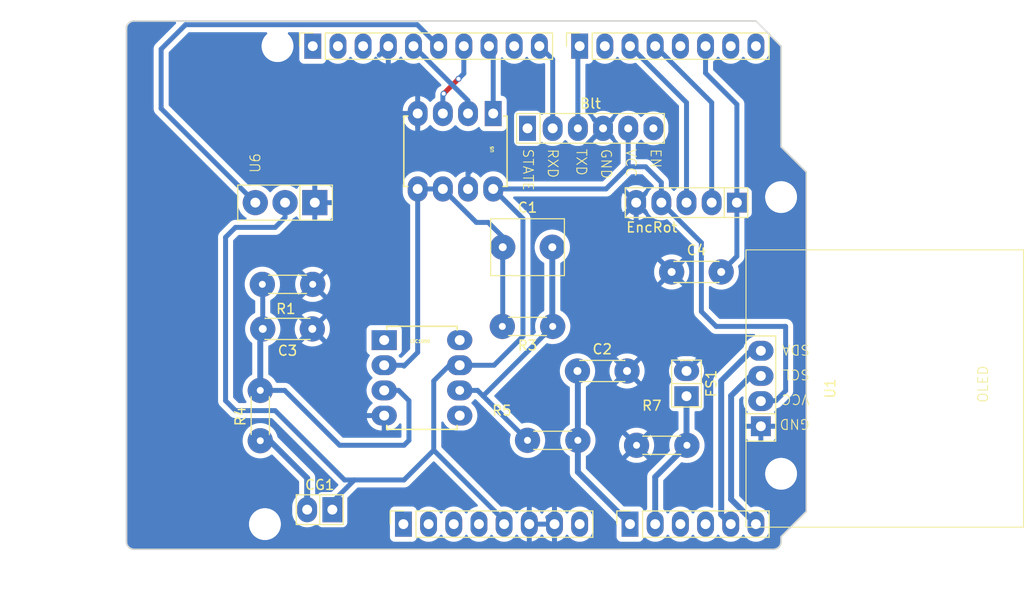
<source format=kicad_pcb>
(kicad_pcb (version 20241229) (generator "pcbnew") (generator_version "9.0")
  (title_block (date "mar. 31 mars 2015"))
  (layers (0 "F.Cu" signal) (2 "B.Cu" signal) (13 "F.Paste" user) (15 "B.Paste" user) (5 "F.SilkS" user "F.Silkscreen") (7 "B.SilkS" user "B.Silkscreen") (1 "F.Mask" user) (3 "B.Mask" user) (25 "Edge.Cuts" user))
  (net 0 "")
  (net 1 "GND")
  (net 3 "+5V")
  (net 4 "/IOREF")
  (net 5 "Sortie Capteur")
  (net 6 "/A2")
  (net 7 "/A3")
  (net 8 "/AREF")
  (net 9 "/*9")
  (net 10 "/*6")
  (net 11 "/TX{slash}1")
  (net 12 "/*3")
  (net 13 "/RX{slash}0")
  (net 14 "+3V3")
  (net 15 "VCC")
  (net 16 "/~{RESET}")
  (net 17 "TXD")
  (net 18 "SCL")
  (net 19 "RXD")
  (net 20 "SDA")
  (net 23 "CLK")
  (net 24 "DT")
  (net 25 "SW")
  (net 26 "ADC")
  (net 27 "SDI")
  (net 28 "SCK")
  (net 29 "SS")
  (net 30 "/A5")
  (net 31 "/A4")
  (net 32 "Net-(LTC1050-OUT)")
  (net 33 "Net-(LTC1050-+IN)")
  (net 34 "PWR")
  (net 38 "FS")
  (net 39 "Net-(LTC1050--IN)")
  (footprint "Connector_PinSocket_2.54mm:PinSocket_1x08_P2.54mm_Vertical" (layer "F.Cu") (at 127.94 97.46 90)
    (property "Reference" "J1" (hide yes))
    (property "Value" "Power")
    (fp_line (start 1.33 -1.33) (end 1.33 0) (stroke (width 0.12)) (layer "F.SilkS"))
    (fp_line (start 0 -1.33) (end 1.33 -1.33) (stroke (width 0.12)) (layer "F.SilkS"))
    (fp_line (start 1.33 1.27) (end 1.33 19.11) (stroke (width 0.12)) (layer "F.SilkS"))
    (fp_line (start -1.33 1.27) (end 1.33 1.27) (stroke (width 0.12)) (layer "F.SilkS"))
    (fp_line (start -1.33 1.27) (end -1.33 19.11) (stroke (width 0.12)) (layer "F.SilkS"))
    (fp_line (start -1.33 19.11) (end 1.33 19.11) (stroke (width 0.12)) (layer "F.SilkS"))
    (pad "1" thru_hole rect (at 0 0 90) (size 2.54 1.7) (drill 1) (layers "*.Cu" "*.Mask"))
    (pad "2" thru_hole oval (at 0 2.54 90) (size 2.54 1.7) (drill 1) (layers "*.Cu" "*.Mask") (net 4 "/IOREF"))
    (pad "3" thru_hole oval (at 0 5.08 90) (size 2.54 1.7) (drill 1) (layers "*.Cu" "*.Mask") (net 16 "/~{RESET}"))
    (pad "4" thru_hole oval (at 0 7.62 90) (size 2.54 1.7) (drill 1) (layers "*.Cu" "*.Mask") (net 14 "+3V3"))
    (pad "5" thru_hole oval (at 0 10.16 90) (size 2.54 1.7) (drill 1) (layers "*.Cu" "*.Mask") (net 3 "+5V"))
    (pad "6" thru_hole oval (at 0 12.7 90) (size 2.54 1.7) (drill 1) (layers "*.Cu" "*.Mask") (net 1 "GND"))
    (pad "7" thru_hole oval (at 0 15.24 90) (size 2.54 1.7) (drill 1) (layers "*.Cu" "*.Mask") (net 1 "GND"))
    (pad "8" thru_hole oval (at 0 17.78 90) (size 2.54 1.7) (drill 1) (layers "*.Cu" "*.Mask") (net 15 "VCC"))
  )
  (footprint "Connector_PinSocket_2.54mm:PinSocket_1x06_P2.54mm_Vertical" (layer "F.Cu") (at 150.8 97.46 90)
    (property "Reference" "J3" (hide yes))
    (property "Value" "Analog")
    (fp_line (start 1.33 -1.33) (end 1.33 0) (stroke (width 0.12)) (layer "F.SilkS"))
    (fp_line (start 0 -1.33) (end 1.33 -1.33) (stroke (width 0.12)) (layer "F.SilkS"))
    (fp_line (start 1.33 1.27) (end 1.33 14.03) (stroke (width 0.12)) (layer "F.SilkS"))
    (fp_line (start -1.33 1.27) (end 1.33 1.27) (stroke (width 0.12)) (layer "F.SilkS"))
    (fp_line (start -1.33 1.27) (end -1.33 14.03) (stroke (width 0.12)) (layer "F.SilkS"))
    (fp_line (start -1.33 14.03) (end 1.33 14.03) (stroke (width 0.12)) (layer "F.SilkS"))
    (pad "1" thru_hole rect (at 0 0 90) (size 2.54 1.7) (drill 1) (layers "*.Cu" "*.Mask") (net 26 "ADC"))
    (pad "2" thru_hole oval (at 0 2.54 90) (size 2.54 1.7) (drill 1) (layers "*.Cu" "*.Mask") (net 38 "FS"))
    (pad "3" thru_hole oval (at 0 5.08 90) (size 2.54 1.7) (drill 1) (layers "*.Cu" "*.Mask") (net 6 "/A2"))
    (pad "4" thru_hole oval (at 0 7.62 90) (size 2.54 1.7) (drill 1) (layers "*.Cu" "*.Mask") (net 7 "/A3"))
    (pad "5" thru_hole oval (at 0 10.16 90) (size 2.54 1.7) (drill 1) (layers "*.Cu" "*.Mask") (net 20 "SDA"))
    (pad "6" thru_hole oval (at 0 12.7 90) (size 2.54 1.7) (drill 1) (layers "*.Cu" "*.Mask") (net 18 "SCL"))
  )
  (footprint "Connector_PinSocket_2.54mm:PinSocket_1x10_P2.54mm_Vertical" (layer "F.Cu") (at 118.796 49.2 90)
    (property "Reference" "J2" (hide yes))
    (property "Value" "Digital/PWM")
    (fp_line (start 1.33 -1.33) (end 1.33 0) (stroke (width 0.12)) (layer "F.SilkS"))
    (fp_line (start 0 -1.33) (end 1.33 -1.33) (stroke (width 0.12)) (layer "F.SilkS"))
    (fp_line (start 1.33 1.27) (end 1.33 24.19) (stroke (width 0.12)) (layer "F.SilkS"))
    (fp_line (start -1.33 1.27) (end 1.33 1.27) (stroke (width 0.12)) (layer "F.SilkS"))
    (fp_line (start -1.33 1.27) (end -1.33 24.19) (stroke (width 0.12)) (layer "F.SilkS"))
    (fp_line (start -1.33 24.19) (end 1.33 24.19) (stroke (width 0.12)) (layer "F.SilkS"))
    (pad "1" thru_hole rect (at 0 0 90) (size 2.54 1.7) (drill 1) (layers "*.Cu" "*.Mask") (net 30 "/A5"))
    (pad "2" thru_hole oval (at 0 2.54 90) (size 2.54 1.7) (drill 1) (layers "*.Cu" "*.Mask") (net 31 "/A4"))
    (pad "3" thru_hole oval (at 0 5.08 90) (size 2.54 1.7) (drill 1) (layers "*.Cu" "*.Mask") (net 8 "/AREF"))
    (pad "4" thru_hole oval (at 0 7.62 90) (size 2.54 1.7) (drill 1) (layers "*.Cu" "*.Mask") (net 1 "GND"))
    (pad "5" thru_hole oval (at 0 10.16 90) (size 2.54 1.7) (drill 1) (layers "*.Cu" "*.Mask") (net 28 "SCK"))
    (pad "6" thru_hole oval (at 0 12.7 90) (size 2.54 1.7) (drill 1) (layers "*.Cu" "*.Mask") (net 34 "PWR"))
    (pad "7" thru_hole oval (at 0 15.24 90) (size 2.54 1.7) (drill 1) (layers "*.Cu" "*.Mask") (net 27 "SDI"))
    (pad "8" thru_hole oval (at 0 17.78 90) (size 2.54 1.7) (drill 1) (layers "*.Cu" "*.Mask") (net 29 "SS"))
    (pad "9" thru_hole oval (at 0 20.32 90) (size 2.54 1.7) (drill 1) (layers "*.Cu" "*.Mask") (net 9 "/*9"))
    (pad "10" thru_hole oval (at 0 22.86 90) (size 2.54 1.7) (drill 1) (layers "*.Cu" "*.Mask") (net 19 "RXD"))
  )
  (footprint "Connector_PinSocket_2.54mm:PinSocket_1x08_P2.54mm_Vertical" (layer "F.Cu") (at 145.72 49.2 90)
    (property "Reference" "J4" (hide yes))
    (property "Value" "Digital/PWM")
    (fp_line (start 1.33 -1.33) (end 1.33 0) (stroke (width 0.12)) (layer "F.SilkS"))
    (fp_line (start 0 -1.33) (end 1.33 -1.33) (stroke (width 0.12)) (layer "F.SilkS"))
    (fp_line (start 1.33 1.27) (end 1.33 19.11) (stroke (width 0.12)) (layer "F.SilkS"))
    (fp_line (start -1.33 1.27) (end 1.33 1.27) (stroke (width 0.12)) (layer "F.SilkS"))
    (fp_line (start -1.33 1.27) (end -1.33 19.11) (stroke (width 0.12)) (layer "F.SilkS"))
    (fp_line (start -1.33 19.11) (end 1.33 19.11) (stroke (width 0.12)) (layer "F.SilkS"))
    (pad "1" thru_hole rect (at 0 0 90) (size 2.54 1.7) (drill 1) (layers "*.Cu" "*.Mask") (net 17 "TXD"))
    (pad "2" thru_hole oval (at 0 2.54 90) (size 2.54 1.7) (drill 1) (layers "*.Cu" "*.Mask") (net 10 "/*6"))
    (pad "3" thru_hole oval (at 0 5.08 90) (size 2.54 1.7) (drill 1) (layers "*.Cu" "*.Mask") (net 25 "SW"))
    (pad "4" thru_hole oval (at 0 7.62 90) (size 2.54 1.7) (drill 1) (layers "*.Cu" "*.Mask") (net 24 "DT"))
    (pad "5" thru_hole oval (at 0 10.16 90) (size 2.54 1.7) (drill 1) (layers "*.Cu" "*.Mask") (net 12 "/*3"))
    (pad "6" thru_hole oval (at 0 12.7 90) (size 2.54 1.7) (drill 1) (layers "*.Cu" "*.Mask") (net 23 "CLK"))
    (pad "7" thru_hole oval (at 0 15.24 90) (size 2.54 1.7) (drill 1) (layers "*.Cu" "*.Mask") (net 11 "/TX{slash}1"))
    (pad "8" thru_hole oval (at 0 17.78 90) (size 2.54 1.7) (drill 1) (layers "*.Cu" "*.Mask") (net 13 "/RX{slash}0"))
  )
  (footprint "My_footprints_Librairy:MCP4110" (layer "F.Cu") (at 129.38 63.62 -90)
    (property "Reference" "U5" (at -4 -7.5 90) (layer "F.SilkS") (effects (font (size 0.314961 0.314961) (thickness 0.07874))))
    (property "Value" "MCP41100" (hide yes))
    (fp_line (start -7.366 1.397) (end -0.254 1.397) (stroke (width 0.1524)) (layer "F.SilkS"))
    (fp_line (start -0.254 1.397) (end -0.254 0.9906) (stroke (width 0.1524)) (layer "F.SilkS"))
    (fp_line (start -7.366 0.9906) (end -7.366 1.397) (stroke (width 0.1524)) (layer "F.SilkS"))
    (fp_line (start -0.254 -8.6106) (end -0.254 -9.017) (stroke (width 0.1524)) (layer "F.SilkS"))
    (fp_line (start -7.366 -9.017) (end -7.366 -8.6614) (stroke (width 0.1524)) (layer "F.SilkS"))
    (fp_line (start -0.254 -9.017) (end -7.366 -9.017) (stroke (width 0.1524)) (layer "F.SilkS"))
    (pad "1" thru_hole rect (at -7.62 -7.62 270) (size 2.54 1.7) (drill 1) (layers "*.Cu" "*.Mask") (net 29 "SS"))
    (pad "2" thru_hole oval (at -7.62 -5.08 270) (size 2.54 2) (drill 1) (layers "*.Cu" "*.Mask") (net 28 "SCK"))
    (pad "3" thru_hole oval (at -7.62 -2.54 270) (size 2.54 2) (drill 1) (layers "*.Cu" "*.Mask") (net 27 "SDI"))
    (pad "4" thru_hole oval (at -7.62 0 270) (size 2.54 2) (drill 1) (layers "*.Cu" "*.Mask") (net 1 "GND"))
    (pad "5" thru_hole oval (at 0 0 270) (size 2.54 2) (drill 1) (layers "*.Cu" "*.Mask") (net 39 "Net-(LTC1050--IN)"))
    (pad "6" thru_hole oval (at 0 -2.54 270) (size 2.54 2) (drill 1) (layers "*.Cu" "*.Mask") (net 39 "Net-(LTC1050--IN)"))
    (pad "7" thru_hole oval (at 0 -5.08 270) (size 2.54 2) (drill 1) (layers "*.Cu" "*.Mask") (net 1 "GND"))
    (pad "8" thru_hole oval (at 0 -7.62 270) (size 2.54 2) (drill 1) (layers "*.Cu" "*.Mask") (net 3 "+5V"))
  )
  (footprint "emprente:ENCODEUR ROTATION" (layer "F.Cu") (at 156.5 65 180)
    (property "Reference" "EncRot" (at 3.5 -2.5 0) (layer "F.SilkS"))
    (property "Value" "~")
    (fp_line (start 6.18 1.5) (end -6.18 1.5) (stroke (width 0.12)) (layer "F.SilkS"))
    (fp_line (start 6.18 -1.5) (end 6.18 1.5) (stroke (width 0.12)) (layer "F.SilkS"))
    (fp_line (start -3.81 -1.5) (end -3.81 1.5) (stroke (width 0.12)) (layer "F.SilkS"))
    (fp_line (start -6.18 1.5) (end -6.18 -1.5) (stroke (width 0.12)) (layer "F.SilkS"))
    (fp_line (start -6.18 -1.5) (end 6.18 -1.5) (stroke (width 0.12)) (layer "F.SilkS"))
    (pad "1" thru_hole rect (at -5.08 0 180) (size 2 2) (drill 1) (layers "*.Cu" "*.Mask") (net 23 "CLK"))
    (pad "2" thru_hole oval (at -2.54 0 180) (size 2 2.54) (drill 1) (layers "*.Cu" "*.Mask") (net 24 "DT"))
    (pad "3" thru_hole oval (at 0 0 180) (size 2 2.54) (drill 1) (layers "*.Cu" "*.Mask") (net 25 "SW"))
    (pad "4" thru_hole oval (at 2.54 0 180) (size 2 2.54) (drill 1) (layers "*.Cu" "*.Mask") (net 3 "+5V"))
    (pad "5" thru_hole oval (at 5.08 0 180) (size 2 2.54) (drill 1) (layers "*.Cu" "*.Mask") (net 1 "GND"))
  )
  (footprint "My_footprints_Librairy:SIP-2" (layer "F.Cu") (at 119.5 96 180)
    (property "Reference" "CG1" (at 0 2.5 0) (layer "F.SilkS"))
    (property "Value" "~")
    (fp_line (start 2.37 1.5) (end -2.37 1.5) (stroke (width 0.12)) (layer "F.SilkS"))
    (fp_line (start 2.37 -1.5) (end 2.37 1.5) (stroke (width 0.12)) (layer "F.SilkS"))
    (fp_line (start 0 -1.5) (end 0 1.5) (stroke (width 0.12)) (layer "F.SilkS"))
    (fp_line (start -2.37 1.5) (end -2.37 -1.5) (stroke (width 0.12)) (layer "F.SilkS"))
    (fp_line (start -2.37 -1.5) (end 2.37 -1.5) (stroke (width 0.12)) (layer "F.SilkS"))
    (pad "1" thru_hole rect (at -1.27 0 180) (size 2 2.54) (drill 1) (layers "*.Cu" "*.Mask") (net 3 "+5V"))
    (pad "2" thru_hole oval (at 1.27 0 180) (size 2 2.54) (drill 1) (layers "*.Cu" "*.Mask") (net 5 "Sortie Capteur"))
  )
  (footprint "My_footprints_Librairy:SIP-2" (layer "F.Cu") (at 156.5 83.27 90)
    (property "Reference" "FS1" (at 0 2.5 90) (layer "F.SilkS"))
    (property "Value" "~")
    (fp_line (start 2.37 -1.5) (end 2.37 1.5) (stroke (width 0.12)) (layer "F.SilkS"))
    (fp_line (start 0 -1.5) (end 0 1.5) (stroke (width 0.12)) (layer "F.SilkS"))
    (fp_line (start -2.37 -1.5) (end 2.37 -1.5) (stroke (width 0.12)) (layer "F.SilkS"))
    (fp_line (start 2.37 1.5) (end -2.37 1.5) (stroke (width 0.12)) (layer "F.SilkS"))
    (fp_line (start -2.37 1.5) (end -2.37 -1.5) (stroke (width 0.12)) (layer "F.SilkS"))
    (pad "1" thru_hole rect (at -1.27 0 90) (size 2 2.45) (drill 1) (layers "*.Cu" "*.Mask") (net 38 "FS"))
    (pad "2" thru_hole oval (at 1.27 0 90) (size 2 2.54) (drill 1) (layers "*.Cu" "*.Mask") (net 1 "GND"))
  )
  (footprint "Capacitor_THT:C_Rect_L7.2mm_W5.5mm_P5.00mm_FKS2_FKP2_MKS2_MKP2" (layer "F.Cu") (at 137.96 69.5)
    (property "Reference" "C1" (at 2.5 -4 0) (layer "F.SilkS"))
    (property "Value" "1u")
    (fp_line (start -1.22 -2.87) (end -1.22 2.87) (stroke (width 0.12)) (layer "F.SilkS"))
    (fp_line (start -1.22 -2.87) (end 6.22 -2.87) (stroke (width 0.12)) (layer "F.SilkS"))
    (fp_line (start -1.22 2.87) (end 6.22 2.87) (stroke (width 0.12)) (layer "F.SilkS"))
    (fp_line (start 6.22 -2.87) (end 6.22 2.87) (stroke (width 0.12)) (layer "F.SilkS"))
    (pad "1" thru_hole circle (at 0 0) (size 2.54 2.54) (drill 0.8) (layers "*.Cu" "*.Mask") (net 39 "Net-(LTC1050--IN)"))
    (pad "2" thru_hole circle (at 5 0) (size 2.54 2.54) (drill 0.8) (layers "*.Cu" "*.Mask") (net 32 "Net-(LTC1050-OUT)"))
  )
  (footprint "Arduino_MountingHole:MountingHole_3.2mm" (layer "F.Cu") (at 115.24 49.2)
    (property "Reference" "MH1" (hide yes))
    (property "Value" "MountingHole_3.2mm" (hide yes))
    (pad "" np_thru_hole circle (at 0 0) (size 3.2 3.2) (drill 3.2) (layers "*.Cu" "*.Mask"))
  )
  (footprint "Resistor_THT:R_Axial_DIN0204_L3.6mm_D1.6mm_P5.08mm_Horizontal" (layer "F.Cu") (at 118.79 73.25 180)
    (property "Reference" "R1" (at 2.705 -2.48 0) (layer "F.SilkS"))
    (property "Value" "100k")
    (fp_line (start 0.62 0.92) (end 4.46 0.92) (stroke (width 0.12)) (layer "F.SilkS"))
    (fp_line (start 0.62 -0.92) (end 4.46 -0.92) (stroke (width 0.12)) (layer "F.SilkS"))
    (pad "1" thru_hole circle (at 0 0 180) (size 2.54 2.54) (drill 0.7) (layers "*.Cu" "*.Mask") (net 1 "GND"))
    (pad "2" thru_hole circle (at 5.08 0 180) (size 2.54 2.54) (drill 0.7) (layers "*.Cu" "*.Mask") (net 33 "Net-(LTC1050-+IN)"))
  )
  (footprint "Capacitor_THT:C_Disc_D4.3mm_W1.9mm_P5.00mm" (layer "F.Cu") (at 118.75 77.75 180)
    (property "Reference" "C3" (at 2.5 -2.2 0) (layer "F.SilkS"))
    (property "Value" "100n")
    (fp_line (start 4.77 1.055) (end 4.77 1.07) (stroke (width 0.12)) (layer "F.SilkS"))
    (fp_line (start 4.77 -1.07) (end 4.77 -1.055) (stroke (width 0.12)) (layer "F.SilkS"))
    (fp_line (start 0.23 1.07) (end 4.77 1.07) (stroke (width 0.12)) (layer "F.SilkS"))
    (fp_line (start 0.23 1.055) (end 0.23 1.07) (stroke (width 0.12)) (layer "F.SilkS"))
    (fp_line (start 0.23 -1.07) (end 4.77 -1.07) (stroke (width 0.12)) (layer "F.SilkS"))
    (fp_line (start 0.23 -1.07) (end 0.23 -1.055) (stroke (width 0.12)) (layer "F.SilkS"))
    (pad "1" thru_hole circle (at 0 0 180) (size 2.54 2.54) (drill 0.8) (layers "*.Cu" "*.Mask") (net 1 "GND"))
    (pad "2" thru_hole circle (at 5 0 180) (size 2.54 2.54) (drill 0.8) (layers "*.Cu" "*.Mask") (net 33 "Net-(LTC1050-+IN)"))
  )
  (footprint "Resistor_THT:R_Axial_DIN0204_L3.6mm_D1.6mm_P5.08mm_Horizontal" (layer "F.Cu") (at 113.5 89.04 90)
    (property "Reference" "R4" (at 2.46 -2 90) (layer "F.SilkS"))
    (property "Value" "10k")
    (fp_line (start 0.62 -0.92) (end 4.46 -0.92) (stroke (width 0.12)) (layer "F.SilkS"))
    (fp_line (start 0.62 0.92) (end 4.46 0.92) (stroke (width 0.12)) (layer "F.SilkS"))
    (pad "1" thru_hole circle (at 0 0 90) (size 2.54 2.54) (drill 0.7) (layers "*.Cu" "*.Mask") (net 5 "Sortie Capteur"))
    (pad "2" thru_hole circle (at 5.08 0 90) (size 2.54 2.54) (drill 0.7) (layers "*.Cu" "*.Mask") (net 33 "Net-(LTC1050-+IN)"))
  )
  (footprint "emprente:BLUETOOTH2" (layer "F.Cu") (at 146.81 57.5)
    (property "Reference" "Blt" (at 0 -2.5 0) (layer "F.SilkS"))
    (property "Value" "~")
    (fp_line (start -7.45 -1.5) (end 7.45 -1.5) (stroke (width 0.12)) (layer "F.SilkS"))
    (fp_line (start -7.45 1.5) (end -7.45 -1.5) (stroke (width 0.12)) (layer "F.SilkS"))
    (fp_line (start -5.08 -1.5) (end -5.08 1.5) (stroke (width 0.12)) (layer "F.SilkS"))
    (fp_line (start 7.45 -1.5) (end 7.45 1.5) (stroke (width 0.12)) (layer "F.SilkS"))
    (fp_line (start 7.45 1.5) (end -7.45 1.5) (stroke (width 0.12)) (layer "F.SilkS"))
    (fp_text user "VCC" (at 3.5 2 270) (layer "F.SilkS") (effects (font (thickness 0.1)) (justify left bottom)))
    (fp_text user "RXD" (at -4.38 2 270) (layer "F.SilkS") (effects (font (thickness 0.1)) (justify left bottom)))
    (fp_text user "STATE" (at -6.88 2 270) (layer "F.SilkS") (effects (font (thickness 0.1)) (justify left bottom)))
    (fp_text user "GND" (at 1 2 270) (layer "F.SilkS") (effects (font (thickness 0.1)) (justify left bottom)))
    (fp_text user "TXD" (at -1.5 2 270) (layer "F.SilkS") (effects (font (thickness 0.1)) (justify left bottom)))
    (fp_text user "EN" (at 6 2 270) (layer "F.SilkS") (effects (font (thickness 0.1)) (justify left bottom)))
    (pad "1" thru_hole rect (at -6.35 0) (size 1.7 2.54) (drill 1) (layers "*.Cu" "*.Mask"))
    (pad "2" thru_hole oval (at -3.81 0) (size 2 2.54) (drill 1) (layers "*.Cu" "*.Mask") (net 19 "RXD"))
    (pad "3" thru_hole oval (at -1.27 0) (size 2 2.54) (drill 0.8) (layers "*.Cu" "*.Mask") (net 17 "TXD"))
    (pad "4" thru_hole oval (at 1.27 0) (size 2 2.54) (drill 0.8) (layers "*.Cu" "*.Mask") (net 1 "GND"))
    (pad "5" thru_hole oval (at 3.81 0) (size 2 2.54) (drill 0.8) (layers "*.Cu" "*.Mask") (net 3 "+5V"))
    (pad "6" thru_hole oval (at 6.35 0) (size 2 2.4) (drill 0.8) (layers "*.Cu" "*.Mask"))
  )
  (footprint "emprente:SIP-4" (layer "F.Cu") (at 164 83.77 90)
    (property "Reference" "U1" (at 0 7 90) (layer "F.SilkS"))
    (property "Value" "~")
    (fp_line (start 5.31 -1.5) (end 5.31 1.5) (stroke (width 0.12)) (layer "F.SilkS"))
    (fp_line (start -2.54 -1.5) (end -2.54 1.5) (stroke (width 0.12)) (layer "F.SilkS"))
    (fp_line (start -5.31 -1.5) (end 5.31 -1.5) (stroke (width 0.12)) (layer "F.SilkS"))
    (fp_line (start 5.31 1.5) (end -5.31 1.5) (stroke (width 0.12)) (layer "F.SilkS"))
    (fp_line (start -5.31 1.5) (end -5.31 -1.5) (stroke (width 0.12)) (layer "F.SilkS"))
    (fp_rect (start -14 -1.5) (end 14 26.5) (stroke (width 0.1)) (fill no) (layer "F.SilkS"))
    (fp_text user "GND" (at -3 5 180) (layer "F.SilkS") (effects (font (thickness 0.1)) (justify left bottom)))
    (fp_text user "SCL" (at 2 5 180) (layer "F.SilkS") (effects (font (thickness 0.1)) (justify left bottom)))
    (fp_text user "SDA" (at 4.5 5 180) (layer "F.SilkS") (effects (font (thickness 0.1)) (justify left bottom)))
    (fp_text user "VCC" (at -0.5 5 180) (layer "F.SilkS") (effects (font (thickness 0.1)) (justify left bottom)))
    (fp_text user "OLED" (at -1.5 23 90) (layer "F.SilkS") (effects (font (thickness 0.1)) (justify left bottom)))
    (pad "1" thru_hole rect (at -3.81 0 90) (size 2 2) (drill 1) (layers "*.Cu" "*.Mask") (net 1 "GND"))
    (pad "2" thru_hole oval (at -1.27 0 90) (size 2 2.54) (drill 1) (layers "*.Cu" "*.Mask") (net 3 "+5V"))
    (pad "3" thru_hole oval (at 1.27 0 90) (size 2 2.54) (drill 1) (layers "*.Cu" "*.Mask") (net 18 "SCL"))
    (pad "4" thru_hole oval (at 3.81 0 90) (size 2 2.54) (drill 1) (layers "*.Cu" "*.Mask") (net 20 "SDA"))
  )
  (footprint "LTC1050ACN8_PBF:PDIP-8_N" (layer "F.Cu") (at 133.62 86.5)
    (property "Reference" "LTC1050" (at -4 -7.5 0) (layer "F.SilkS") (effects (font (size 0.314961 0.314961) (thickness 0.07874))))
    (property "Value" "LTC1050ACN8_PBF")
    (fp_line (start -7.366 -9.017) (end -7.366 -8.6614) (stroke (width 0.1524)) (layer "F.SilkS"))
    (fp_line (start -7.366 0.9906) (end -7.366 1.397) (stroke (width 0.1524)) (layer "F.SilkS"))
    (fp_line (start -7.366 1.397) (end -0.254 1.397) (stroke (width 0.1524)) (layer "F.SilkS"))
    (fp_line (start -0.254 -9.017) (end -7.366 -9.017) (stroke (width 0.1524)) (layer "F.SilkS"))
    (fp_line (start -0.254 -8.6106) (end -0.254 -9.017) (stroke (width 0.1524)) (layer "F.SilkS"))
    (fp_line (start -0.254 1.397) (end -0.254 0.9906) (stroke (width 0.1524)) (layer "F.SilkS"))
    (pad "1" thru_hole rect (at -7.62 -7.62) (size 2.54 2) (drill 1) (layers "*.Cu" "*.Mask"))
    (pad "2" thru_hole oval (at -7.62 -5.08) (size 2.54 2) (drill 1) (layers "*.Cu" "*.Mask") (net 39 "Net-(LTC1050--IN)"))
    (pad "3" thru_hole oval (at -7.62 -2.54) (size 2.54 2) (drill 1) (layers "*.Cu" "*.Mask") (net 33 "Net-(LTC1050-+IN)"))
    (pad "4" thru_hole oval (at -7.62 0) (size 2.54 2) (drill 1) (layers "*.Cu" "*.Mask") (net 1 "GND"))
    (pad "5" thru_hole oval (at 0 0) (size 2.54 2) (drill 1) (layers "*.Cu" "*.Mask"))
    (pad "6" thru_hole oval (at 0 -2.54) (size 2.54 2) (drill 0.889) (layers "*.Cu" "*.Mask") (net 32 "Net-(LTC1050-OUT)"))
    (pad "7" thru_hole oval (at 0 -5.08) (size 2.54 2) (drill 1) (layers "*.Cu" "*.Mask") (net 3 "+5V"))
    (pad "8" thru_hole oval (at 0 -7.62) (size 2.54 2) (drill 1) (layers "*.Cu" "*.Mask"))
  )
  (footprint "Capacitor_THT:C_Disc_D4.3mm_W1.9mm_P5.00mm" (layer "F.Cu") (at 155 72)
    (property "Reference" "C4" (at 2.5 -2.2 0) (layer "F.SilkS"))
    (property "Value" "C")
    (fp_line (start 0.23 -1.07) (end 0.23 -1.055) (stroke (width 0.12)) (layer "F.SilkS"))
    (fp_line (start 0.23 -1.07) (end 4.77 -1.07) (stroke (width 0.12)) (layer "F.SilkS"))
    (fp_line (start 0.23 1.055) (end 0.23 1.07) (stroke (width 0.12)) (layer "F.SilkS"))
    (fp_line (start 0.23 1.07) (end 4.77 1.07) (stroke (width 0.12)) (layer "F.SilkS"))
    (fp_line (start 4.77 -1.07) (end 4.77 -1.055) (stroke (width 0.12)) (layer "F.SilkS"))
    (fp_line (start 4.77 1.055) (end 4.77 1.07) (stroke (width 0.12)) (layer "F.SilkS"))
    (pad " 2" thru_hole circle (at 5 0) (size 2.54 2.54) (drill 0.8) (layers "*.Cu" "*.Mask") (net 23 "CLK"))
    (pad "1" thru_hole circle (at 0 0) (size 2.54 2.54) (drill 0.8) (layers "*.Cu" "*.Mask") (net 1 "GND"))
  )
  (footprint "My_footprints_Librairy:ServomoteureHeader" (layer "F.Cu") (at 116 65 180)
    (property "Reference" "U6" (at 3 4 90) (layer "F.SilkS") (effects (font (thickness 0.1))))
    (property "Value" "~")
    (fp_line (start 4.77 1.77) (end -4.77 1.77) (stroke (width 0.12)) (layer "F.SilkS"))
    (fp_line (start 4.77 -1.77) (end 4.77 1.77) (stroke (width 0.12)) (layer "F.SilkS"))
    (fp_line (start -1.5 -1.77) (end -1.5 1.77) (stroke (width 0.12)) (layer "F.SilkS"))
    (fp_line (start -4.77 1.77) (end -4.77 -1.77) (stroke (width 0.12)) (layer "F.SilkS"))
    (fp_line (start -4.77 -1.77) (end 4.77 -1.77) (stroke (width 0.12)) (layer "F.SilkS"))
    (pad "1" thru_hole rect (at -3 0 180) (size 2.54 2.54) (drill 1) (layers "*.Cu" "*.Mask") (net 1 "GND"))
    (pad "2" thru_hole circle (at 0 0 180) (size 2.54 2.54) (drill 1) (layers "*.Cu" "*.Mask") (net 3 "+5V"))
    (pad "3" thru_hole circle (at 3 0 180) (size 2.54 2.54) (drill 1) (layers "*.Cu" "*.Mask") (net 34 "PWR"))
  )
  (footprint "Arduino_MountingHole:MountingHole_3.2mm" (layer "F.Cu") (at 113.97 97.46)
    (property "Reference" "MH2" (hide yes))
    (property "Value" "MountingHole_3.2mm" (hide yes))
    (pad "" np_thru_hole circle (at 0 0) (size 3.2 3.2) (drill 3.2) (layers "*.Cu" "*.Mask"))
  )
  (footprint "Arduino_MountingHole:MountingHole_3.2mm" (layer "F.Cu") (at 166.04 64.44)
    (property "Reference" "MH3" (hide yes))
    (property "Value" "MountingHole_3.2mm" (hide yes))
    (pad "" np_thru_hole circle (at 0 0) (size 3.2 3.2) (drill 3.2) (layers "*.Cu" "*.Mask"))
  )
  (footprint "Arduino_MountingHole:MountingHole_3.2mm" (layer "F.Cu") (at 166.04 92.38)
    (property "Reference" "MH4" (hide yes))
    (property "Value" "MountingHole_3.2mm" (hide yes))
    (pad "" np_thru_hole circle (at 0 0) (size 3.2 3.2) (drill 3.2) (layers "*.Cu" "*.Mask"))
  )
  (footprint "Resistor_THT:R_Axial_DIN0204_L3.6mm_D1.6mm_P5.08mm_Horizontal" (layer "F.Cu") (at 151.46 89.5)
    (property "Reference" "R7" (at 1.54 -4 0) (layer "F.SilkS"))
    (property "Value" "10k")
    (fp_line (start 0.62 -0.92) (end 4.46 -0.92) (stroke (width 0.12)) (layer "F.SilkS"))
    (fp_line (start 0.62 0.92) (end 4.46 0.92) (stroke (width 0.12)) (layer "F.SilkS"))
    (pad "1" thru_hole circle (at 0 0) (size 2.54 2.54) (drill 0.7) (layers "*.Cu" "*.Mask") (net 1 "GND"))
    (pad "2" thru_hole circle (at 5.08 0) (size 2.54 2.54) (drill 0.7) (layers "*.Cu" "*.Mask") (net 38 "FS"))
  )
  (footprint "Resistor_THT:R_Axial_DIN0204_L3.6mm_D1.6mm_P5.08mm_Horizontal" (layer "F.Cu") (at 143 77.5 180)
    (property "Reference" "R3" (at 2.54 -1.92 0) (layer "F.SilkS"))
    (property "Value" "100k")
    (fp_line (start 0.62 0.92) (end 4.46 0.92) (stroke (width 0.12)) (layer "F.SilkS"))
    (fp_line (start 0.62 -0.92) (end 4.46 -0.92) (stroke (width 0.12)) (layer "F.SilkS"))
    (pad "1" thru_hole circle (at 0 0 180) (size 2.54 2.54) (drill 0.7) (layers "*.Cu" "*.Mask") (net 32 "Net-(LTC1050-OUT)"))
    (pad "2" thru_hole circle (at 5.08 0 180) (size 2.54 2.54) (drill 0.7) (layers "*.Cu" "*.Mask") (net 39 "Net-(LTC1050--IN)"))
  )
  (footprint "Capacitor_THT:C_Disc_D4.3mm_W1.9mm_P5.00mm" (layer "F.Cu") (at 145.5 82)
    (property "Reference" "C2" (at 2.5 -2.2 0) (layer "F.SilkS"))
    (property "Value" "100n")
    (fp_line (start 0.23 -1.07) (end 0.23 -1.055) (stroke (width 0.12)) (layer "F.SilkS"))
    (fp_line (start 0.23 -1.07) (end 4.77 -1.07) (stroke (width 0.12)) (layer "F.SilkS"))
    (fp_line (start 0.23 1.055) (end 0.23 1.07) (stroke (width 0.12)) (layer "F.SilkS"))
    (fp_line (start 0.23 1.07) (end 4.77 1.07) (stroke (width 0.12)) (layer "F.SilkS"))
    (fp_line (start 4.77 -1.07) (end 4.77 -1.055) (stroke (width 0.12)) (layer "F.SilkS"))
    (fp_line (start 4.77 1.055) (end 4.77 1.07) (stroke (width 0.12)) (layer "F.SilkS"))
    (pad "1" thru_hole circle (at 0 0) (size 2.54 2.54) (drill 0.8) (layers "*.Cu" "*.Mask") (net 26 "ADC"))
    (pad "2" thru_hole circle (at 5 0) (size 2.54 2.54) (drill 0.8) (layers "*.Cu" "*.Mask") (net 1 "GND"))
  )
  (footprint "Resistor_THT:R_Axial_DIN0204_L3.6mm_D1.6mm_P5.08mm_Horizontal" (layer "F.Cu") (at 140.46 89)
    (property "Reference" "R5" (at -2.58 -3 0) (layer "F.SilkS"))
    (property "Value" "1k")
    (fp_line (start 0.62 -0.92) (end 4.46 -0.92) (stroke (width 0.12)) (layer "F.SilkS"))
    (fp_line (start 0.62 0.92) (end 4.46 0.92) (stroke (width 0.12)) (layer "F.SilkS"))
    (pad "1" thru_hole circle (at 0 0) (size 2.54 2.54) (drill 0.7) (layers "*.Cu" "*.Mask") (net 32 "Net-(LTC1050-OUT)"))
    (pad "2" thru_hole circle (at 5.08 0) (size 2.54 2.54) (drill 0.7) (layers "*.Cu" "*.Mask") (net 26 "ADC"))
  )
  (gr_line (start 166.04 59.36) (end 168.58 61.9) (stroke (width 0.15)) (layer "Edge.Cuts"))
  (gr_line (start 100 99.238) (end 100 47.184) (stroke (width 0.15)) (layer "Edge.Cuts"))
  (gr_line (start 168.58 61.9) (end 168.58 96.19) (stroke (width 0.15)) (layer "Edge.Cuts"))
  (gr_line (start 165.278 100) (end 100.762 100) (stroke (width 0.15)) (layer "Edge.Cuts"))
  (gr_line (start 100.762 46.66) (end 163.5 46.66) (stroke (width 0.15)) (layer "Edge.Cuts"))
  (gr_arc (start 100.762 100) (mid 100.223185 99.776815) (end 100 99.238) (stroke (width 0.15)) (layer "Edge.Cuts"))
  (gr_line (start 168.58 96.19) (end 166.04 98.73) (stroke (width 0.15)) (layer "Edge.Cuts"))
  (gr_line (start 163.5 46.66) (end 166.04 49.2) (stroke (width 0.15)) (layer "Edge.Cuts"))
  (gr_arc (start 166.04 99.238) (mid 165.816815 99.776815) (end 165.278 100) (stroke (width 0.15)) (layer "Edge.Cuts"))
  (gr_line (start 166.04 49.2) (end 166.04 59.36) (stroke (width 0.15)) (layer "Edge.Cuts"))
  (gr_line (start 166.04 98.73) (end 166.04 99.238) (stroke (width 0.15)) (layer "Edge.Cuts"))
  (gr_arc (start 100 47.422) (mid 100.223185 46.883185) (end 100.762 46.66) (stroke (width 0.15)) (layer "Edge.Cuts"))
  (segment (start 144.58 61) (end 135.5 61) (width 0.5) (layer "B.Cu") (net 1))
  (segment (start 134.46 62.04) (end 134.46 63.62) (width 0.5) (layer "B.Cu") (net 1))
  (segment (start 148.08 57.5) (end 144.58 61) (width 0.5) (layer "B.Cu") (net 1))
  (segment (start 151.42 68.42) (end 155 72) (width 0.5) (layer "B.Cu") (net 1))
  (segment (start 142.5 96.78) (end 143.18 97.46) (width 0.5) (layer "B.Cu") (net 1))
  (segment (start 125.5 50.116) (end 126.416 49.2) (width 0.5) (layer "B.Cu") (net 1))
  (segment (start 135.5 61) (end 134.46 62.04) (width 0.5) (layer "B.Cu") (net 1))
  (segment (start 151.42 65) (end 151.42 68.42) (width 0.5) (layer "B.Cu") (net 1))
  (segment (start 129.38 57.38) (end 129.38 56) (width 0.5) (layer "B.Cu") (net 1))
  (segment (start 115 86) (end 122 93) (width 0.5) (layer "B.Cu") (net 3))
  (segment (start 116 66.5) (end 115 67.5) (width 0.5) (layer "B.Cu") (net 3))
  (segment (start 165.5 85) (end 166.5 84) (width 0.5) (layer "B.Cu") (net 3))
  (segment (start 122 93) (end 123 93) (width 0.5) (layer "B.Cu") (net 3))
  (segment (start 164 85.04) (end 164.04 85) (width 0.5) (layer "B.Cu") (net 3))
  (segment (start 132.58 81.42) (end 131 83) (width 0.5) (layer "B.Cu") (net 3))
  (segment (start 137 63.62) (end 148.38 63.62) (width 0.5) (layer "B.Cu") (net 3))
  (segment (start 166.5 77.5) (end 159.5 77.5) (width 0.5) (layer "B.Cu") (net 3))
  (segment (start 140 78.5) (end 137.08 81.42) (width 0.5) (layer "B.Cu") (net 3))
  (segment (start 152.38 61.38) (end 153.96 62.96) (width 0.5) (layer "B.Cu") (net 3))
  (segment (start 116 65) (end 116 66.5) (width 0.5) (layer "B.Cu") (net 3))
  (segment (start 158 69.04) (end 153.96 65) (width 0.5) (layer "B.Cu") (net 3))
  (segment (start 123 93) (end 128 93) (width 0.5) (layer "B.Cu") (net 3))
  (segment (start 166.5 84) (end 166.5 77.5) (width 0.5) (layer "B.Cu") (net 3))
  (segment (start 137 63.62) (end 140 66.62) (width 0.5) (layer "B.Cu") (net 3))
  (segment (start 111 67.5) (end 110 68.5) (width 0.5) (layer "B.Cu") (net 3))
  (segment (start 138.1 97.1) (end 138.1 97.46) (width 0.5) (layer "B.Cu") (net 3))
  (segment (start 150.62 61.38) (end 150.62 57.5) (width 0.5) (layer "B.Cu") (net 3))
  (segment (start 152.38 61.38) (end 150.62 61.38) (width 0.5) (layer "B.Cu") (net 3))
  (segment (start 115 67.5) (end 111 67.5) (width 0.5) (layer "B.Cu") (net 3))
  (segment (start 137.08 81.42) (end 133.62 81.42) (width 0.5) (layer "B.Cu") (net 3))
  (segment (start 164.04 85) (end 165.5 85) (width 0.5) (layer "B.Cu") (net 3))
  (segment (start 159.5 77.5) (end 158 76) (width 0.5) (layer "B.Cu") (net 3))
  (segment (start 148.38 63.62) (end 150.62 61.38) (width 0.5) (layer "B.Cu") (net 3))
  (segment (start 158 76) (end 158 69.04) (width 0.5) (layer "B.Cu") (net 3))
  (segment (start 128 93) (end 131 90) (width 0.5) (layer "B.Cu") (net 3))
  (segment (start 133.62 81.42) (end 132.58 81.42) (width 0.5) (layer "B.Cu") (net 3))
  (segment (start 120.77 95.23) (end 123 93) (width 0.5) (layer "B.Cu") (net 3))
  (segment (start 120.77 96) (end 120.77 95.23) (width 0.5) (layer "B.Cu") (net 3))
  (segment (start 131 90) (end 138.1 97.1) (width 0.5) (layer "B.Cu") (net 3))
  (segment (start 140 66.62) (end 140 78.5) (width 0.5) (layer "B.Cu") (net 3))
  (segment (start 111 86) (end 115 86) (width 0.5) (layer "B.Cu") (net 3))
  (segment (start 110 68.5) (end 110 85) (width 0.5) (layer "B.Cu") (net 3))
  (segment (start 153.96 62.96) (end 153.96 65) (width 0.5) (layer "B.Cu") (net 3))
  (segment (start 110 85) (end 111 86) (width 0.5) (layer "B.Cu") (net 3))
  (segment (start 131 83) (end 131 90) (width 0.5) (layer "B.Cu") (net 3))
  (segment (start 118.23 92.81) (end 114.5 89.08) (width 0.6) (layer "B.Cu") (net 5))
  (segment (start 118.23 96) (end 118.23 92.81) (width 0.6) (layer "B.Cu") (net 5))
  (segment (start 145.54 49.38) (end 145.72 49.2) (width 0.6) (layer "B.Cu") (net 17))
  (segment (start 145.54 57.5) (end 145.54 49.38) (width 0.5) (layer "B.Cu") (net 17))
  (segment (start 161 94.96) (end 163.5 97.46) (width 0.6) (layer "B.Cu") (net 18))
  (segment (start 163 82.5) (end 161 84.5) (width 0.6) (layer "B.Cu") (net 18))
  (segment (start 161 84.5) (end 161 94.96) (width 0.6) (layer "B.Cu") (net 18))
  (segment (start 164 82.5) (end 163 82.5) (width 0.6) (layer "B.Cu") (net 18))
  (segment (start 143 50.544) (end 141.656 49.2) (width 0.5) (layer "B.Cu") (net 19))
  (segment (start 143 57.5) (end 143 50.544) (width 0.5) (layer "B.Cu") (net 19))
  (segment (start 164 79.96) (end 163.04 79.96) (width 0.6) (layer "B.Cu") (net 20))
  (segment (start 160 96.5) (end 160.96 97.46) (width 0.6) (layer "B.Cu") (net 20))
  (segment (start 163.04 79.96) (end 160 83) (width 0.6) (layer "B.Cu") (net 20))
  (segment (start 160 83) (end 160 96.5) (width 0.6) (layer "B.Cu") (net 20))
  (segment (start 161.58 65) (end 161.58 70.42) (width 0.5) (layer "B.Cu") (net 23))
  (segment (start 158.42 51.92) (end 158.42 49.2) (width 0.5) (layer "B.Cu") (net 23))
  (segment (start 161.58 55.08) (end 158.42 51.92) (width 0.5) (layer "B.Cu") (net 23))
  (segment (start 161.58 65) (end 161.58 55.08) (width 0.5) (layer "B.Cu") (net 23))
  (segment (start 161.58 70.42) (end 160 72) (width 0.5) (layer "B.Cu") (net 23))
  (segment (start 159.04 54.9) (end 153.34 49.2) (width 0.5) (layer "B.Cu") (net 24))
  (segment (start 159.04 65) (end 159.04 54.9) (width 0.5) (layer "B.Cu") (net 24))
  (segment (start 156.5 65) (end 156.5 54.9) (width 0.5) (layer "B.Cu") (net 25))
  (segment (start 156.5 54.9) (end 150.8 49.2) (width 0.5) (layer "B.Cu") (net 25))
  (segment (start 145.54 89) (end 145.54 92.2) (width 0.6) (layer "B.Cu") (net 26))
  (segment (start 145.54 89) (end 145.54 82.04) (width 0.6) (layer "B.Cu") (net 26))
  (segment (start 145.54 82.04) (end 145.5 82) (width 0.6) (layer "B.Cu") (net 26))
  (segment (start 145.54 92.2) (end 150.8 97.46) (width 0.6) (layer "B.Cu") (net 26))
  (segment (start 132 54) (end 133.5 52.5) (width 0.5) (layer "F.Cu") (net 27))
  (via (at 132 54) (size 0.6) (drill 0.4) (layers "F.Cu" "B.Cu") (net 27))
  (via (at 133.5 52.5) (size 0.6) (drill 0.4) (layers "F.Cu" "B.Cu") (net 27))
  (segment (start 134.036 51.964) (end 134.036 49.2) (width 0.5) (layer "B.Cu") (net 27))
  (segment (start 133.5 52.5) (end 134.036 51.964) (width 0.5) (layer "B.Cu") (net 27))
  (segment (start 131.92 54.08) (end 132 54) (width 0.5) (layer "B.Cu") (net 27))
  (segment (start 131.92 56) (end 131.92 54.08) (width 0.5) (layer "B.Cu") (net 27))
  (segment (start 134.46 54.704) (end 128.956 49.2) (width 0.5) (layer "B.Cu") (net 28))
  (segment (start 134.46 56) (end 134.46 54.704) (width 0.5) (layer "B.Cu") (net 28))
  (segment (start 137 56) (end 137 49.624) (width 0.5) (layer "B.Cu") (net 29))
  (segment (start 137 49.624) (end 136.576 49.2) (width 0.5) (layer "B.Cu") (net 29))
  (segment (start 135.98 84.52) (end 140.46 89) (width 0.5) (layer "B.Cu") (net 32))
  (segment (start 142.96 69.5) (end 142.96 77.46) (width 0.6) (layer "B.Cu") (net 32))
  (segment (start 135.42 83.96) (end 135.98 84.52) (width 0.5) (layer "B.Cu") (net 32))
  (segment (start 142.96 77.46) (end 143 77.5) (width 0.6) (layer "B.Cu") (net 32))
  (segment (start 143 77.5) (end 135.98 84.52) (width 0.5) (layer "B.Cu") (net 32))
  (segment (start 133.62 83.96) (end 135.42 83.96) (width 0.5) (layer "B.Cu") (net 32))
  (segment (start 113.75 77.75) (end 113.75 73.29) (width 0.5) (layer "B.Cu") (net 33))
  (segment (start 128.5 89) (end 128 89.5) (width 0.5) (layer "B.Cu") (net 33))
  (segment (start 121.5 89.5) (end 115.96 83.96) (width 0.5) (layer "B.Cu") (net 33))
  (segment (start 113.75 73.29) (end 113.71 73.25) (width 0.5) (layer "B.Cu") (net 33))
  (segment (start 115.96 83.96) (end 113.5 83.96) (width 0.5) (layer "B.Cu") (net 33))
  (segment (start 128 89.5) (end 121.5 89.5) (width 0.5) (layer "B.Cu") (net 33))
  (segment (start 113.5 83.96) (end 113.5 78) (width 0.6) (layer "B.Cu") (net 33))
  (segment (start 113.5 78) (end 113.75 77.75) (width 0.6) (layer "B.Cu") (net 33))
  (segment (start 127.46 83.96) (end 128.5 85) (width 0.5) (layer "B.Cu") (net 33))
  (segment (start 128.5 85) (end 128.5 89) (width 0.5) (layer "B.Cu") (net 33))
  (segment (start 126 83.96) (end 127.46 83.96) (width 0.5) (layer "B.Cu") (net 33))
  (segment (start 113 65) (end 103.5 55.5) (width 0.5) (layer "B.Cu") (net 34))
  (segment (start 103.5 55.5) (end 103.5 49.5) (width 0.5) (layer "B.Cu") (net 34))
  (segment (start 105.965 47.035) (end 129.331 47.035) (width 0.5) (layer "B.Cu") (net 34))
  (segment (start 103.5 49.5) (end 105.965 47.035) (width 0.5) (layer "B.Cu") (net 34))
  (segment (start 129.331 47.035) (end 131.496 49.2) (width 0.5) (layer "B.Cu") (net 34))
  (segment (start 156.5 84.54) (end 156.5 89.46) (width 0.6) (layer "B.Cu") (net 38))
  (segment (start 156.5 89.46) (end 156.54 89.5) (width 0.6) (layer "B.Cu") (net 38))
  (segment (start 153.34 92.7) (end 153.34 97.46) (width 0.6) (layer "B.Cu") (net 38))
  (segment (start 156.54 89.5) (end 153.34 92.7) (width 0.6) (layer "B.Cu") (net 38))
  (segment (start 129.38 63.62) (end 129.38 80.12) (width 0.5) (layer "B.Cu") (net 39))
  (segment (start 128 81.5) (end 127.92 81.42) (width 0.5) (layer "B.Cu") (net 39))
  (segment (start 129.38 80.12) (end 128 81.5) (width 0.5) (layer "B.Cu") (net 39))
  (segment (start 138 68.5) (end 136.5 67) (width 0.5) (layer "B.Cu") (net 39))
  (segment (start 135.3 67) (end 131.92 63.62) (width 0.5) (layer "B.Cu") (net 39))
  (segment (start 131.92 63.62) (end 129.38 63.62) (width 0.5) (layer "B.Cu") (net 39))
  (segment (start 137.96 69.5) (end 137.96 68.54) (width 0.5) (layer "B.Cu") (net 39))
  (segment (start 137.96 69.5) (end 137.96 77.46) (width 0.5) (layer "B.Cu") (net 39))
  (segment (start 137.96 77.46) (end 137.92 77.5) (width 0.5) (layer "B.Cu") (net 39))
  (segment (start 127.92 81.42) (end 126 81.42) (width 0.5) (layer "B.Cu") (net 39))
  (segment (start 136.5 67) (end 135.3 67) (width 0.5) (layer "B.Cu") (net 39))
  (segment (start 137.96 68.54) (end 138 68.5) (width 0.5) (layer "B.Cu") (net 39))
  (zone (net 1) (net_name "GND") (layer "B.Cu") (connect_pads (clearance 0.508)) (min_thickness 0.25) (fill yes (thermal_gap 0.5) (thermal_bridge_width 0.5))
    (polygon (pts (xy 98.5 45) (xy 98.000437 104.447975) (xy 175.5 104) (xy 176 45)))
  )
)
</source>
